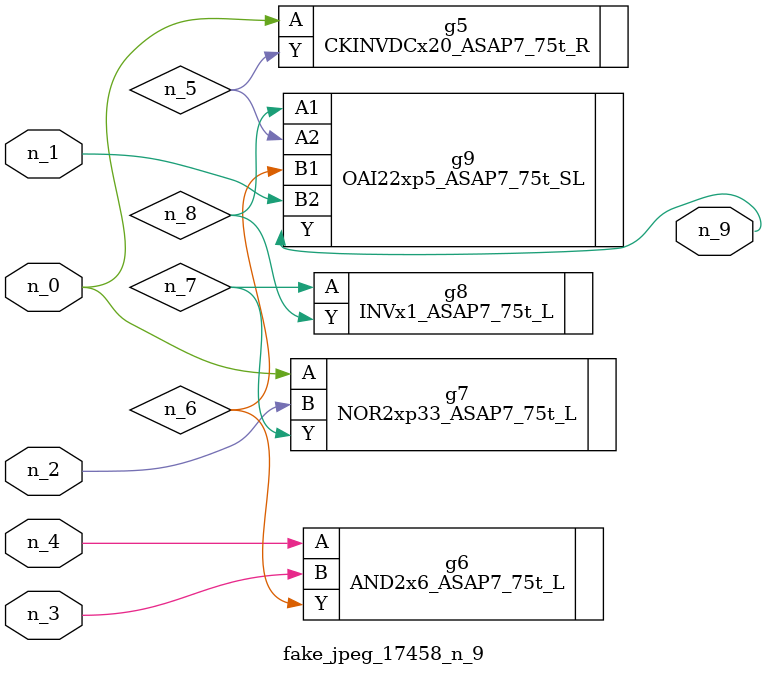
<source format=v>
module fake_jpeg_17458_n_9 (n_3, n_2, n_1, n_0, n_4, n_9);

input n_3;
input n_2;
input n_1;
input n_0;
input n_4;

output n_9;

wire n_8;
wire n_6;
wire n_5;
wire n_7;

CKINVDCx20_ASAP7_75t_R g5 ( 
.A(n_0),
.Y(n_5)
);

AND2x6_ASAP7_75t_L g6 ( 
.A(n_4),
.B(n_3),
.Y(n_6)
);

NOR2xp33_ASAP7_75t_L g7 ( 
.A(n_0),
.B(n_2),
.Y(n_7)
);

INVx1_ASAP7_75t_L g8 ( 
.A(n_7),
.Y(n_8)
);

OAI22xp5_ASAP7_75t_SL g9 ( 
.A1(n_8),
.A2(n_5),
.B1(n_6),
.B2(n_1),
.Y(n_9)
);


endmodule
</source>
